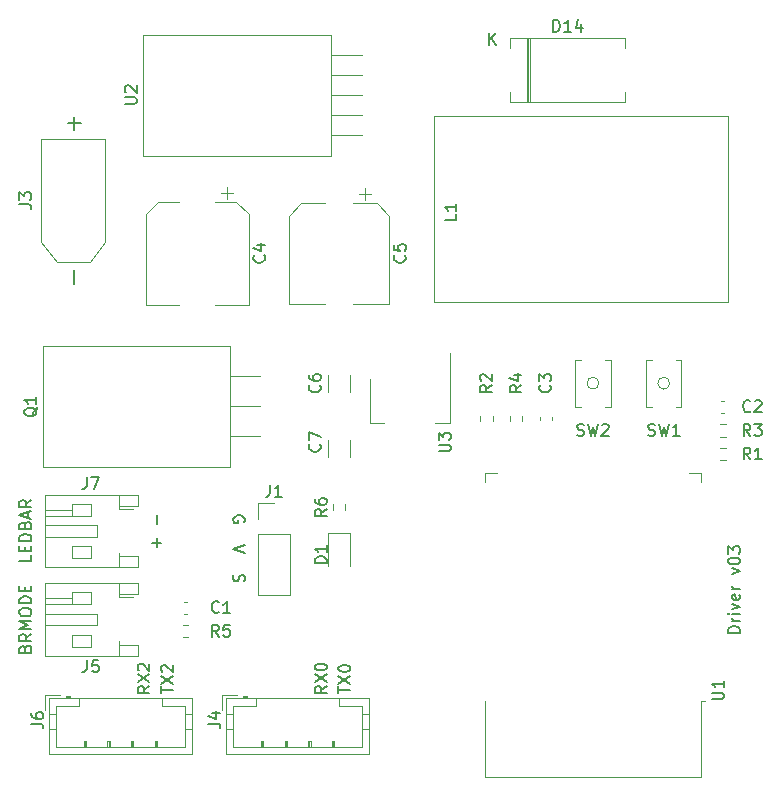
<source format=gbr>
G04 #@! TF.GenerationSoftware,KiCad,Pcbnew,(5.1.10)-1*
G04 #@! TF.CreationDate,2021-09-08T13:47:50+09:00*
G04 #@! TF.ProjectId,driver_v0.3,64726976-6572-45f7-9630-2e332e6b6963,rev?*
G04 #@! TF.SameCoordinates,Original*
G04 #@! TF.FileFunction,Legend,Top*
G04 #@! TF.FilePolarity,Positive*
%FSLAX46Y46*%
G04 Gerber Fmt 4.6, Leading zero omitted, Abs format (unit mm)*
G04 Created by KiCad (PCBNEW (5.1.10)-1) date 2021-09-08 13:47:50*
%MOMM*%
%LPD*%
G01*
G04 APERTURE LIST*
%ADD10C,0.150000*%
%ADD11C,0.120000*%
G04 APERTURE END LIST*
D10*
X62452380Y-52642857D02*
X61452380Y-52642857D01*
X61452380Y-52404761D01*
X61500000Y-52261904D01*
X61595238Y-52166666D01*
X61690476Y-52119047D01*
X61880952Y-52071428D01*
X62023809Y-52071428D01*
X62214285Y-52119047D01*
X62309523Y-52166666D01*
X62404761Y-52261904D01*
X62452380Y-52404761D01*
X62452380Y-52642857D01*
X62452380Y-51642857D02*
X61785714Y-51642857D01*
X61976190Y-51642857D02*
X61880952Y-51595238D01*
X61833333Y-51547619D01*
X61785714Y-51452380D01*
X61785714Y-51357142D01*
X62452380Y-51023809D02*
X61785714Y-51023809D01*
X61452380Y-51023809D02*
X61500000Y-51071428D01*
X61547619Y-51023809D01*
X61500000Y-50976190D01*
X61452380Y-51023809D01*
X61547619Y-51023809D01*
X61785714Y-50642857D02*
X62452380Y-50404761D01*
X61785714Y-50166666D01*
X62404761Y-49404761D02*
X62452380Y-49500000D01*
X62452380Y-49690476D01*
X62404761Y-49785714D01*
X62309523Y-49833333D01*
X61928571Y-49833333D01*
X61833333Y-49785714D01*
X61785714Y-49690476D01*
X61785714Y-49500000D01*
X61833333Y-49404761D01*
X61928571Y-49357142D01*
X62023809Y-49357142D01*
X62119047Y-49833333D01*
X62452380Y-48928571D02*
X61785714Y-48928571D01*
X61976190Y-48928571D02*
X61880952Y-48880952D01*
X61833333Y-48833333D01*
X61785714Y-48738095D01*
X61785714Y-48642857D01*
X61785714Y-47642857D02*
X62452380Y-47404761D01*
X61785714Y-47166666D01*
X61452380Y-46595238D02*
X61452380Y-46500000D01*
X61500000Y-46404761D01*
X61547619Y-46357142D01*
X61642857Y-46309523D01*
X61833333Y-46261904D01*
X62071428Y-46261904D01*
X62261904Y-46309523D01*
X62357142Y-46357142D01*
X62404761Y-46404761D01*
X62452380Y-46500000D01*
X62452380Y-46595238D01*
X62404761Y-46690476D01*
X62357142Y-46738095D01*
X62261904Y-46785714D01*
X62071428Y-46833333D01*
X61833333Y-46833333D01*
X61642857Y-46785714D01*
X61547619Y-46738095D01*
X61500000Y-46690476D01*
X61452380Y-46595238D01*
X61452380Y-45928571D02*
X61452380Y-45309523D01*
X61833333Y-45642857D01*
X61833333Y-45500000D01*
X61880952Y-45404761D01*
X61928571Y-45357142D01*
X62023809Y-45309523D01*
X62261904Y-45309523D01*
X62357142Y-45357142D01*
X62404761Y-45404761D01*
X62452380Y-45500000D01*
X62452380Y-45785714D01*
X62404761Y-45880952D01*
X62357142Y-45928571D01*
X19595238Y-47714285D02*
X19547619Y-47857142D01*
X19547619Y-48095238D01*
X19595238Y-48190476D01*
X19642857Y-48238095D01*
X19738095Y-48285714D01*
X19833333Y-48285714D01*
X19928571Y-48238095D01*
X19976190Y-48190476D01*
X20023809Y-48095238D01*
X20071428Y-47904761D01*
X20119047Y-47809523D01*
X20166666Y-47761904D01*
X20261904Y-47714285D01*
X20357142Y-47714285D01*
X20452380Y-47761904D01*
X20500000Y-47809523D01*
X20547619Y-47904761D01*
X20547619Y-48142857D01*
X20500000Y-48285714D01*
X20547619Y-45166666D02*
X19547619Y-45500000D01*
X20547619Y-45833333D01*
X20500000Y-43261904D02*
X20547619Y-43166666D01*
X20547619Y-43023809D01*
X20500000Y-42880952D01*
X20404761Y-42785714D01*
X20309523Y-42738095D01*
X20119047Y-42690476D01*
X19976190Y-42690476D01*
X19785714Y-42738095D01*
X19690476Y-42785714D01*
X19595238Y-42880952D01*
X19547619Y-43023809D01*
X19547619Y-43119047D01*
X19595238Y-43261904D01*
X19642857Y-43309523D01*
X19976190Y-43309523D01*
X19976190Y-43119047D01*
X13071428Y-43380952D02*
X13071428Y-42619047D01*
X13071428Y-45380952D02*
X13071428Y-44619047D01*
X13452380Y-45000000D02*
X12690476Y-45000000D01*
X1928571Y-53976190D02*
X1976190Y-53833333D01*
X2023809Y-53785714D01*
X2119047Y-53738095D01*
X2261904Y-53738095D01*
X2357142Y-53785714D01*
X2404761Y-53833333D01*
X2452380Y-53928571D01*
X2452380Y-54309523D01*
X1452380Y-54309523D01*
X1452380Y-53976190D01*
X1499999Y-53880952D01*
X1547619Y-53833333D01*
X1642857Y-53785714D01*
X1738095Y-53785714D01*
X1833333Y-53833333D01*
X1880952Y-53880952D01*
X1928571Y-53976190D01*
X1928571Y-54309523D01*
X2452380Y-52738095D02*
X1976190Y-53071428D01*
X2452380Y-53309523D02*
X1452380Y-53309523D01*
X1452380Y-52928571D01*
X1500000Y-52833333D01*
X1547619Y-52785714D01*
X1642857Y-52738095D01*
X1785714Y-52738095D01*
X1880952Y-52785714D01*
X1928571Y-52833333D01*
X1976190Y-52928571D01*
X1976190Y-53309523D01*
X2452380Y-52309523D02*
X1452380Y-52309523D01*
X2166666Y-51976190D01*
X1452380Y-51642857D01*
X2452380Y-51642857D01*
X1452380Y-50976190D02*
X1452380Y-50785714D01*
X1500000Y-50690476D01*
X1595238Y-50595238D01*
X1785714Y-50547619D01*
X2119047Y-50547619D01*
X2309523Y-50595238D01*
X2404761Y-50690476D01*
X2452380Y-50785714D01*
X2452380Y-50976190D01*
X2404761Y-51071428D01*
X2309523Y-51166666D01*
X2119047Y-51214285D01*
X1785714Y-51214285D01*
X1595238Y-51166666D01*
X1500000Y-51071428D01*
X1452380Y-50976190D01*
X2452380Y-50119047D02*
X1452380Y-50119047D01*
X1452380Y-49880952D01*
X1500000Y-49738095D01*
X1595238Y-49642857D01*
X1690476Y-49595238D01*
X1880952Y-49547619D01*
X2023809Y-49547619D01*
X2214285Y-49595238D01*
X2309523Y-49642857D01*
X2404761Y-49738095D01*
X2452380Y-49880952D01*
X2452380Y-50119047D01*
X1928571Y-49119047D02*
X1928571Y-48785714D01*
X2452380Y-48642857D02*
X2452380Y-49119047D01*
X1452380Y-49119047D01*
X1452380Y-48642857D01*
X2452380Y-46071428D02*
X2452380Y-46547619D01*
X1452380Y-46547619D01*
X1928571Y-45738095D02*
X1928571Y-45404761D01*
X2452380Y-45261904D02*
X2452380Y-45738095D01*
X1452380Y-45738095D01*
X1452380Y-45261904D01*
X2452380Y-44833333D02*
X1452380Y-44833333D01*
X1452380Y-44595238D01*
X1500000Y-44452380D01*
X1595238Y-44357142D01*
X1690476Y-44309523D01*
X1880952Y-44261904D01*
X2023809Y-44261904D01*
X2214285Y-44309523D01*
X2309523Y-44357142D01*
X2404761Y-44452380D01*
X2452380Y-44595238D01*
X2452380Y-44833333D01*
X1928571Y-43500000D02*
X1976190Y-43357142D01*
X2023809Y-43309523D01*
X2119047Y-43261904D01*
X2261904Y-43261904D01*
X2357142Y-43309523D01*
X2404761Y-43357142D01*
X2452380Y-43452380D01*
X2452380Y-43833333D01*
X1452380Y-43833333D01*
X1452380Y-43500000D01*
X1500000Y-43404761D01*
X1547619Y-43357142D01*
X1642857Y-43309523D01*
X1738095Y-43309523D01*
X1833333Y-43357142D01*
X1880952Y-43404761D01*
X1928571Y-43500000D01*
X1928571Y-43833333D01*
X2166666Y-42880952D02*
X2166666Y-42404761D01*
X2452380Y-42976190D02*
X1452380Y-42642857D01*
X2452380Y-42309523D01*
X2452380Y-41404761D02*
X1976190Y-41738095D01*
X2452380Y-41976190D02*
X1452380Y-41976190D01*
X1452380Y-41595238D01*
X1500000Y-41500000D01*
X1547619Y-41452380D01*
X1642857Y-41404761D01*
X1785714Y-41404761D01*
X1880952Y-41452380D01*
X1928571Y-41500000D01*
X1976190Y-41595238D01*
X1976190Y-41976190D01*
X28452380Y-57738095D02*
X28452380Y-57166666D01*
X29452380Y-57452380D02*
X28452380Y-57452380D01*
X28452380Y-56928571D02*
X29452380Y-56261904D01*
X28452380Y-56261904D02*
X29452380Y-56928571D01*
X28452380Y-55690476D02*
X28452380Y-55595238D01*
X28500000Y-55500000D01*
X28547619Y-55452380D01*
X28642857Y-55404761D01*
X28833333Y-55357142D01*
X29071428Y-55357142D01*
X29261904Y-55404761D01*
X29357142Y-55452380D01*
X29404761Y-55500000D01*
X29452380Y-55595238D01*
X29452380Y-55690476D01*
X29404761Y-55785714D01*
X29357142Y-55833333D01*
X29261904Y-55880952D01*
X29071428Y-55928571D01*
X28833333Y-55928571D01*
X28642857Y-55880952D01*
X28547619Y-55833333D01*
X28500000Y-55785714D01*
X28452380Y-55690476D01*
X27452380Y-57142857D02*
X26976190Y-57476190D01*
X27452380Y-57714285D02*
X26452380Y-57714285D01*
X26452380Y-57333333D01*
X26500000Y-57238095D01*
X26547619Y-57190476D01*
X26642857Y-57142857D01*
X26785714Y-57142857D01*
X26880952Y-57190476D01*
X26928571Y-57238095D01*
X26976190Y-57333333D01*
X26976190Y-57714285D01*
X26452380Y-56809523D02*
X27452380Y-56142857D01*
X26452380Y-56142857D02*
X27452380Y-56809523D01*
X26452380Y-55571428D02*
X26452380Y-55476190D01*
X26500000Y-55380952D01*
X26547619Y-55333333D01*
X26642857Y-55285714D01*
X26833333Y-55238095D01*
X27071428Y-55238095D01*
X27261904Y-55285714D01*
X27357142Y-55333333D01*
X27404761Y-55380952D01*
X27452380Y-55476190D01*
X27452380Y-55571428D01*
X27404761Y-55666666D01*
X27357142Y-55714285D01*
X27261904Y-55761904D01*
X27071428Y-55809523D01*
X26833333Y-55809523D01*
X26642857Y-55761904D01*
X26547619Y-55714285D01*
X26500000Y-55666666D01*
X26452380Y-55571428D01*
X13452380Y-57738095D02*
X13452380Y-57166666D01*
X14452380Y-57452380D02*
X13452380Y-57452380D01*
X13452380Y-56928571D02*
X14452380Y-56261904D01*
X13452380Y-56261904D02*
X14452380Y-56928571D01*
X13547619Y-55928571D02*
X13500000Y-55880952D01*
X13452380Y-55785714D01*
X13452380Y-55547619D01*
X13500000Y-55452380D01*
X13547619Y-55404761D01*
X13642857Y-55357142D01*
X13738095Y-55357142D01*
X13880952Y-55404761D01*
X14452380Y-55976190D01*
X14452380Y-55357142D01*
X12452380Y-57142857D02*
X11976190Y-57476190D01*
X12452380Y-57714285D02*
X11452380Y-57714285D01*
X11452380Y-57333333D01*
X11500000Y-57238095D01*
X11547619Y-57190476D01*
X11642857Y-57142857D01*
X11785714Y-57142857D01*
X11880952Y-57190476D01*
X11928571Y-57238095D01*
X11976190Y-57333333D01*
X11976190Y-57714285D01*
X11452380Y-56809523D02*
X12452380Y-56142857D01*
X11452380Y-56142857D02*
X12452380Y-56809523D01*
X11547619Y-55809523D02*
X11500000Y-55761904D01*
X11452380Y-55666666D01*
X11452380Y-55428571D01*
X11500000Y-55333333D01*
X11547619Y-55285714D01*
X11642857Y-55238095D01*
X11738095Y-55238095D01*
X11880952Y-55285714D01*
X12452380Y-55857142D01*
X12452380Y-55238095D01*
D11*
X27810000Y-12221000D02*
X27810000Y-1980000D01*
X11920000Y-12221000D02*
X11920000Y-1980000D01*
X11920000Y-12221000D02*
X27810000Y-12221000D01*
X11920000Y-1980000D02*
X27810000Y-1980000D01*
X27810000Y-10500000D02*
X30450000Y-10500000D01*
X27810000Y-8800000D02*
X30450000Y-8800000D01*
X27810000Y-7100000D02*
X30450000Y-7100000D01*
X27810000Y-5400000D02*
X30450000Y-5400000D01*
X27810000Y-3700000D02*
X30450000Y-3700000D01*
X31090000Y-34910000D02*
X32350000Y-34910000D01*
X37910000Y-34910000D02*
X36650000Y-34910000D01*
X31090000Y-31150000D02*
X31090000Y-34910000D01*
X37910000Y-28900000D02*
X37910000Y-34910000D01*
X59120000Y-39900000D02*
X59120000Y-39120000D01*
X59120000Y-39120000D02*
X58120000Y-39120000D01*
X40880000Y-39900000D02*
X40880000Y-39120000D01*
X40880000Y-39120000D02*
X41880000Y-39120000D01*
X59120000Y-64865000D02*
X40880000Y-64865000D01*
X40880000Y-64865000D02*
X40880000Y-58445000D01*
X59120000Y-64865000D02*
X59120000Y-58445000D01*
X59120000Y-58445000D02*
X59500000Y-58445000D01*
X48500000Y-33500000D02*
X48500000Y-29500000D01*
X48500000Y-29500000D02*
X49000000Y-29500000D01*
X48500000Y-33500000D02*
X49000000Y-33500000D01*
X51000000Y-33500000D02*
X51500000Y-33500000D01*
X51500000Y-33500000D02*
X51500000Y-29500000D01*
X51500000Y-29500000D02*
X51000000Y-29500000D01*
X50500000Y-31500000D02*
G75*
G03*
X50500000Y-31500000I-500000J0D01*
G01*
X54500000Y-33500000D02*
X54500000Y-29500000D01*
X54500000Y-29500000D02*
X55000000Y-29500000D01*
X54500000Y-33500000D02*
X55000000Y-33500000D01*
X57000000Y-33500000D02*
X57500000Y-33500000D01*
X57500000Y-33500000D02*
X57500000Y-29500000D01*
X57500000Y-29500000D02*
X57000000Y-29500000D01*
X56500000Y-31500000D02*
G75*
G03*
X56500000Y-31500000I-500000J0D01*
G01*
X27977500Y-42237258D02*
X27977500Y-41762742D01*
X29022500Y-42237258D02*
X29022500Y-41762742D01*
X15737258Y-53022500D02*
X15262742Y-53022500D01*
X15737258Y-51977500D02*
X15262742Y-51977500D01*
X42977500Y-34737258D02*
X42977500Y-34262742D01*
X44022500Y-34737258D02*
X44022500Y-34262742D01*
X61237258Y-36022500D02*
X60762742Y-36022500D01*
X61237258Y-34977500D02*
X60762742Y-34977500D01*
X41522500Y-34262742D02*
X41522500Y-34737258D01*
X40477500Y-34262742D02*
X40477500Y-34737258D01*
X60762742Y-36977500D02*
X61237258Y-36977500D01*
X60762742Y-38022500D02*
X61237258Y-38022500D01*
X19310000Y-38580000D02*
X19310000Y-28340000D01*
X3420000Y-38580000D02*
X3420000Y-28340000D01*
X3420000Y-38580000D02*
X19310000Y-38580000D01*
X3420000Y-28340000D02*
X19310000Y-28340000D01*
X19310000Y-36000000D02*
X21850000Y-36000000D01*
X19310000Y-33460000D02*
X21850000Y-33460000D01*
X19310000Y-30920000D02*
X21850000Y-30920000D01*
X36560000Y-8850000D02*
X48984000Y-8850000D01*
X49016000Y-8850000D02*
X61440000Y-8850000D01*
X36560000Y-24590000D02*
X48984000Y-24590000D01*
X49016000Y-24590000D02*
X61440000Y-24590000D01*
X36560000Y-8850000D02*
X36560000Y-24590000D01*
X61440000Y-8850000D02*
X61440000Y-24590000D01*
X9860000Y-42140000D02*
X9860000Y-41860000D01*
X9860000Y-41860000D02*
X11460000Y-41860000D01*
X11460000Y-41860000D02*
X11460000Y-40940000D01*
X11460000Y-40940000D02*
X3640000Y-40940000D01*
X3640000Y-40940000D02*
X3640000Y-47060000D01*
X3640000Y-47060000D02*
X11460000Y-47060000D01*
X11460000Y-47060000D02*
X11460000Y-46140000D01*
X11460000Y-46140000D02*
X9860000Y-46140000D01*
X9860000Y-46140000D02*
X9860000Y-45860000D01*
X3640000Y-43500000D02*
X8000000Y-43500000D01*
X8000000Y-43500000D02*
X8000000Y-44500000D01*
X8000000Y-44500000D02*
X3640000Y-44500000D01*
X9860000Y-40940000D02*
X9860000Y-41860000D01*
X9860000Y-47060000D02*
X9860000Y-46140000D01*
X7500000Y-41700000D02*
X5900000Y-41700000D01*
X5900000Y-41700000D02*
X5900000Y-42700000D01*
X5900000Y-42700000D02*
X7500000Y-42700000D01*
X7500000Y-42700000D02*
X7500000Y-41700000D01*
X7500000Y-46300000D02*
X5900000Y-46300000D01*
X5900000Y-46300000D02*
X5900000Y-45300000D01*
X5900000Y-45300000D02*
X7500000Y-45300000D01*
X7500000Y-45300000D02*
X7500000Y-46300000D01*
X5900000Y-42700000D02*
X3640000Y-42700000D01*
X5900000Y-42200000D02*
X3640000Y-42200000D01*
X9860000Y-42140000D02*
X11075000Y-42140000D01*
X3940000Y-58190000D02*
X3940000Y-62910000D01*
X3940000Y-62910000D02*
X16060000Y-62910000D01*
X16060000Y-62910000D02*
X16060000Y-58190000D01*
X16060000Y-58190000D02*
X3940000Y-58190000D01*
X5700000Y-58190000D02*
X5700000Y-57990000D01*
X5700000Y-57990000D02*
X5400000Y-57990000D01*
X5400000Y-57990000D02*
X5400000Y-58190000D01*
X5700000Y-58090000D02*
X5400000Y-58090000D01*
X6500000Y-58190000D02*
X6500000Y-58800000D01*
X6500000Y-58800000D02*
X4550000Y-58800000D01*
X4550000Y-58800000D02*
X4550000Y-62300000D01*
X4550000Y-62300000D02*
X15450000Y-62300000D01*
X15450000Y-62300000D02*
X15450000Y-58800000D01*
X15450000Y-58800000D02*
X13500000Y-58800000D01*
X13500000Y-58800000D02*
X13500000Y-58190000D01*
X3940000Y-59500000D02*
X4550000Y-59500000D01*
X3940000Y-60800000D02*
X4550000Y-60800000D01*
X16060000Y-59500000D02*
X15450000Y-59500000D01*
X16060000Y-60800000D02*
X15450000Y-60800000D01*
X6900000Y-62300000D02*
X6900000Y-61800000D01*
X6900000Y-61800000D02*
X7100000Y-61800000D01*
X7100000Y-61800000D02*
X7100000Y-62300000D01*
X7000000Y-62300000D02*
X7000000Y-61800000D01*
X8900000Y-62300000D02*
X8900000Y-61800000D01*
X8900000Y-61800000D02*
X9100000Y-61800000D01*
X9100000Y-61800000D02*
X9100000Y-62300000D01*
X9000000Y-62300000D02*
X9000000Y-61800000D01*
X10900000Y-62300000D02*
X10900000Y-61800000D01*
X10900000Y-61800000D02*
X11100000Y-61800000D01*
X11100000Y-61800000D02*
X11100000Y-62300000D01*
X11000000Y-62300000D02*
X11000000Y-61800000D01*
X12900000Y-62300000D02*
X12900000Y-61800000D01*
X12900000Y-61800000D02*
X13100000Y-61800000D01*
X13100000Y-61800000D02*
X13100000Y-62300000D01*
X13000000Y-62300000D02*
X13000000Y-61800000D01*
X4890000Y-57890000D02*
X3640000Y-57890000D01*
X3640000Y-57890000D02*
X3640000Y-59140000D01*
X9860000Y-49640000D02*
X9860000Y-49360000D01*
X9860000Y-49360000D02*
X11460000Y-49360000D01*
X11460000Y-49360000D02*
X11460000Y-48440000D01*
X11460000Y-48440000D02*
X3640000Y-48440000D01*
X3640000Y-48440000D02*
X3640000Y-54560000D01*
X3640000Y-54560000D02*
X11460000Y-54560000D01*
X11460000Y-54560000D02*
X11460000Y-53640000D01*
X11460000Y-53640000D02*
X9860000Y-53640000D01*
X9860000Y-53640000D02*
X9860000Y-53360000D01*
X3640000Y-51000000D02*
X8000000Y-51000000D01*
X8000000Y-51000000D02*
X8000000Y-52000000D01*
X8000000Y-52000000D02*
X3640000Y-52000000D01*
X9860000Y-48440000D02*
X9860000Y-49360000D01*
X9860000Y-54560000D02*
X9860000Y-53640000D01*
X7500000Y-49200000D02*
X5900000Y-49200000D01*
X5900000Y-49200000D02*
X5900000Y-50200000D01*
X5900000Y-50200000D02*
X7500000Y-50200000D01*
X7500000Y-50200000D02*
X7500000Y-49200000D01*
X7500000Y-53800000D02*
X5900000Y-53800000D01*
X5900000Y-53800000D02*
X5900000Y-52800000D01*
X5900000Y-52800000D02*
X7500000Y-52800000D01*
X7500000Y-52800000D02*
X7500000Y-53800000D01*
X5900000Y-50200000D02*
X3640000Y-50200000D01*
X5900000Y-49700000D02*
X3640000Y-49700000D01*
X9860000Y-49640000D02*
X11075000Y-49640000D01*
X18940000Y-58190000D02*
X18940000Y-62910000D01*
X18940000Y-62910000D02*
X31060000Y-62910000D01*
X31060000Y-62910000D02*
X31060000Y-58190000D01*
X31060000Y-58190000D02*
X18940000Y-58190000D01*
X20700000Y-58190000D02*
X20700000Y-57990000D01*
X20700000Y-57990000D02*
X20400000Y-57990000D01*
X20400000Y-57990000D02*
X20400000Y-58190000D01*
X20700000Y-58090000D02*
X20400000Y-58090000D01*
X21500000Y-58190000D02*
X21500000Y-58800000D01*
X21500000Y-58800000D02*
X19550000Y-58800000D01*
X19550000Y-58800000D02*
X19550000Y-62300000D01*
X19550000Y-62300000D02*
X30450000Y-62300000D01*
X30450000Y-62300000D02*
X30450000Y-58800000D01*
X30450000Y-58800000D02*
X28500000Y-58800000D01*
X28500000Y-58800000D02*
X28500000Y-58190000D01*
X18940000Y-59500000D02*
X19550000Y-59500000D01*
X18940000Y-60800000D02*
X19550000Y-60800000D01*
X31060000Y-59500000D02*
X30450000Y-59500000D01*
X31060000Y-60800000D02*
X30450000Y-60800000D01*
X21900000Y-62300000D02*
X21900000Y-61800000D01*
X21900000Y-61800000D02*
X22100000Y-61800000D01*
X22100000Y-61800000D02*
X22100000Y-62300000D01*
X22000000Y-62300000D02*
X22000000Y-61800000D01*
X23900000Y-62300000D02*
X23900000Y-61800000D01*
X23900000Y-61800000D02*
X24100000Y-61800000D01*
X24100000Y-61800000D02*
X24100000Y-62300000D01*
X24000000Y-62300000D02*
X24000000Y-61800000D01*
X25900000Y-62300000D02*
X25900000Y-61800000D01*
X25900000Y-61800000D02*
X26100000Y-61800000D01*
X26100000Y-61800000D02*
X26100000Y-62300000D01*
X26000000Y-62300000D02*
X26000000Y-61800000D01*
X27900000Y-62300000D02*
X27900000Y-61800000D01*
X27900000Y-61800000D02*
X28100000Y-61800000D01*
X28100000Y-61800000D02*
X28100000Y-62300000D01*
X28000000Y-62300000D02*
X28000000Y-61800000D01*
X19890000Y-57890000D02*
X18640000Y-57890000D01*
X18640000Y-57890000D02*
X18640000Y-59140000D01*
X3290000Y-19510000D02*
X3290000Y-10790000D01*
X3290000Y-10790000D02*
X8710000Y-10790000D01*
X8710000Y-19510000D02*
X8710000Y-10790000D01*
X4590000Y-21210000D02*
X3290000Y-19510000D01*
X7410000Y-21210000D02*
X8710000Y-19510000D01*
X4590000Y-21210000D02*
X7410000Y-21210000D01*
X21670000Y-49410000D02*
X24330000Y-49410000D01*
X21670000Y-44270000D02*
X21670000Y-49410000D01*
X24330000Y-44270000D02*
X24330000Y-49410000D01*
X21670000Y-44270000D02*
X24330000Y-44270000D01*
X21670000Y-43000000D02*
X21670000Y-41670000D01*
X21670000Y-41670000D02*
X23000000Y-41670000D01*
X42980000Y-3160000D02*
X42980000Y-2280000D01*
X42980000Y-2280000D02*
X52720000Y-2280000D01*
X52720000Y-2280000D02*
X52720000Y-3160000D01*
X42980000Y-6840000D02*
X42980000Y-7720000D01*
X42980000Y-7720000D02*
X52720000Y-7720000D01*
X52720000Y-7720000D02*
X52720000Y-6840000D01*
X44525000Y-2280000D02*
X44525000Y-7720000D01*
X44645000Y-2280000D02*
X44645000Y-7720000D01*
X44405000Y-2280000D02*
X44405000Y-7720000D01*
X29460000Y-47000000D02*
X29460000Y-44140000D01*
X29460000Y-44140000D02*
X27540000Y-44140000D01*
X27540000Y-44140000D02*
X27540000Y-47000000D01*
X27590000Y-37711252D02*
X27590000Y-36288748D01*
X29410000Y-37711252D02*
X29410000Y-36288748D01*
X29410000Y-30788748D02*
X29410000Y-32211252D01*
X27590000Y-30788748D02*
X27590000Y-32211252D01*
X24240000Y-24760000D02*
X27290000Y-24760000D01*
X32760000Y-24760000D02*
X29710000Y-24760000D01*
X32760000Y-17304437D02*
X32760000Y-24760000D01*
X24240000Y-17304437D02*
X24240000Y-24760000D01*
X25304437Y-16240000D02*
X27290000Y-16240000D01*
X31695563Y-16240000D02*
X29710000Y-16240000D01*
X31695563Y-16240000D02*
X32760000Y-17304437D01*
X25304437Y-16240000D02*
X24240000Y-17304437D01*
X30710000Y-15000000D02*
X30710000Y-16000000D01*
X31210000Y-15500000D02*
X30210000Y-15500000D01*
X12140000Y-24860000D02*
X14990000Y-24860000D01*
X20860000Y-24860000D02*
X18010000Y-24860000D01*
X20860000Y-17204437D02*
X20860000Y-24860000D01*
X12140000Y-17204437D02*
X12140000Y-24860000D01*
X13204437Y-16140000D02*
X14990000Y-16140000D01*
X19795563Y-16140000D02*
X18010000Y-16140000D01*
X19795563Y-16140000D02*
X20860000Y-17204437D01*
X13204437Y-16140000D02*
X12140000Y-17204437D01*
X19010000Y-14900000D02*
X19010000Y-15900000D01*
X19510000Y-15400000D02*
X18510000Y-15400000D01*
X46510000Y-34359420D02*
X46510000Y-34640580D01*
X45490000Y-34359420D02*
X45490000Y-34640580D01*
X60859420Y-32990000D02*
X61140580Y-32990000D01*
X60859420Y-34010000D02*
X61140580Y-34010000D01*
X15640580Y-51010000D02*
X15359420Y-51010000D01*
X15640580Y-49990000D02*
X15359420Y-49990000D01*
D10*
X10372380Y-7861904D02*
X11181904Y-7861904D01*
X11277142Y-7814285D01*
X11324761Y-7766666D01*
X11372380Y-7671428D01*
X11372380Y-7480952D01*
X11324761Y-7385714D01*
X11277142Y-7338095D01*
X11181904Y-7290476D01*
X10372380Y-7290476D01*
X10467619Y-6861904D02*
X10420000Y-6814285D01*
X10372380Y-6719047D01*
X10372380Y-6480952D01*
X10420000Y-6385714D01*
X10467619Y-6338095D01*
X10562857Y-6290476D01*
X10658095Y-6290476D01*
X10800952Y-6338095D01*
X11372380Y-6909523D01*
X11372380Y-6290476D01*
X36952380Y-37261904D02*
X37761904Y-37261904D01*
X37857142Y-37214285D01*
X37904761Y-37166666D01*
X37952380Y-37071428D01*
X37952380Y-36880952D01*
X37904761Y-36785714D01*
X37857142Y-36738095D01*
X37761904Y-36690476D01*
X36952380Y-36690476D01*
X36952380Y-36309523D02*
X36952380Y-35690476D01*
X37333333Y-36023809D01*
X37333333Y-35880952D01*
X37380952Y-35785714D01*
X37428571Y-35738095D01*
X37523809Y-35690476D01*
X37761904Y-35690476D01*
X37857142Y-35738095D01*
X37904761Y-35785714D01*
X37952380Y-35880952D01*
X37952380Y-36166666D01*
X37904761Y-36261904D01*
X37857142Y-36309523D01*
X60062380Y-58261904D02*
X60871904Y-58261904D01*
X60967142Y-58214285D01*
X61014761Y-58166666D01*
X61062380Y-58071428D01*
X61062380Y-57880952D01*
X61014761Y-57785714D01*
X60967142Y-57738095D01*
X60871904Y-57690476D01*
X60062380Y-57690476D01*
X61062380Y-56690476D02*
X61062380Y-57261904D01*
X61062380Y-56976190D02*
X60062380Y-56976190D01*
X60205238Y-57071428D01*
X60300476Y-57166666D01*
X60348095Y-57261904D01*
X48666666Y-35904761D02*
X48809523Y-35952380D01*
X49047619Y-35952380D01*
X49142857Y-35904761D01*
X49190476Y-35857142D01*
X49238095Y-35761904D01*
X49238095Y-35666666D01*
X49190476Y-35571428D01*
X49142857Y-35523809D01*
X49047619Y-35476190D01*
X48857142Y-35428571D01*
X48761904Y-35380952D01*
X48714285Y-35333333D01*
X48666666Y-35238095D01*
X48666666Y-35142857D01*
X48714285Y-35047619D01*
X48761904Y-35000000D01*
X48857142Y-34952380D01*
X49095238Y-34952380D01*
X49238095Y-35000000D01*
X49571428Y-34952380D02*
X49809523Y-35952380D01*
X50000000Y-35238095D01*
X50190476Y-35952380D01*
X50428571Y-34952380D01*
X50761904Y-35047619D02*
X50809523Y-35000000D01*
X50904761Y-34952380D01*
X51142857Y-34952380D01*
X51238095Y-35000000D01*
X51285714Y-35047619D01*
X51333333Y-35142857D01*
X51333333Y-35238095D01*
X51285714Y-35380952D01*
X50714285Y-35952380D01*
X51333333Y-35952380D01*
X54666666Y-35904761D02*
X54809523Y-35952380D01*
X55047619Y-35952380D01*
X55142857Y-35904761D01*
X55190476Y-35857142D01*
X55238095Y-35761904D01*
X55238095Y-35666666D01*
X55190476Y-35571428D01*
X55142857Y-35523809D01*
X55047619Y-35476190D01*
X54857142Y-35428571D01*
X54761904Y-35380952D01*
X54714285Y-35333333D01*
X54666666Y-35238095D01*
X54666666Y-35142857D01*
X54714285Y-35047619D01*
X54761904Y-35000000D01*
X54857142Y-34952380D01*
X55095238Y-34952380D01*
X55238095Y-35000000D01*
X55571428Y-34952380D02*
X55809523Y-35952380D01*
X56000000Y-35238095D01*
X56190476Y-35952380D01*
X56428571Y-34952380D01*
X57333333Y-35952380D02*
X56761904Y-35952380D01*
X57047619Y-35952380D02*
X57047619Y-34952380D01*
X56952380Y-35095238D01*
X56857142Y-35190476D01*
X56761904Y-35238095D01*
X27452380Y-42166666D02*
X26976190Y-42500000D01*
X27452380Y-42738095D02*
X26452380Y-42738095D01*
X26452380Y-42357142D01*
X26500000Y-42261904D01*
X26547619Y-42214285D01*
X26642857Y-42166666D01*
X26785714Y-42166666D01*
X26880952Y-42214285D01*
X26928571Y-42261904D01*
X26976190Y-42357142D01*
X26976190Y-42738095D01*
X26452380Y-41309523D02*
X26452380Y-41500000D01*
X26500000Y-41595238D01*
X26547619Y-41642857D01*
X26690476Y-41738095D01*
X26880952Y-41785714D01*
X27261904Y-41785714D01*
X27357142Y-41738095D01*
X27404761Y-41690476D01*
X27452380Y-41595238D01*
X27452380Y-41404761D01*
X27404761Y-41309523D01*
X27357142Y-41261904D01*
X27261904Y-41214285D01*
X27023809Y-41214285D01*
X26928571Y-41261904D01*
X26880952Y-41309523D01*
X26833333Y-41404761D01*
X26833333Y-41595238D01*
X26880952Y-41690476D01*
X26928571Y-41738095D01*
X27023809Y-41785714D01*
X18333333Y-52952380D02*
X18000000Y-52476190D01*
X17761904Y-52952380D02*
X17761904Y-51952380D01*
X18142857Y-51952380D01*
X18238095Y-52000000D01*
X18285714Y-52047619D01*
X18333333Y-52142857D01*
X18333333Y-52285714D01*
X18285714Y-52380952D01*
X18238095Y-52428571D01*
X18142857Y-52476190D01*
X17761904Y-52476190D01*
X19238095Y-51952380D02*
X18761904Y-51952380D01*
X18714285Y-52428571D01*
X18761904Y-52380952D01*
X18857142Y-52333333D01*
X19095238Y-52333333D01*
X19190476Y-52380952D01*
X19238095Y-52428571D01*
X19285714Y-52523809D01*
X19285714Y-52761904D01*
X19238095Y-52857142D01*
X19190476Y-52904761D01*
X19095238Y-52952380D01*
X18857142Y-52952380D01*
X18761904Y-52904761D01*
X18714285Y-52857142D01*
X43952380Y-31666666D02*
X43476190Y-32000000D01*
X43952380Y-32238095D02*
X42952380Y-32238095D01*
X42952380Y-31857142D01*
X43000000Y-31761904D01*
X43047619Y-31714285D01*
X43142857Y-31666666D01*
X43285714Y-31666666D01*
X43380952Y-31714285D01*
X43428571Y-31761904D01*
X43476190Y-31857142D01*
X43476190Y-32238095D01*
X43285714Y-30809523D02*
X43952380Y-30809523D01*
X42904761Y-31047619D02*
X43619047Y-31285714D01*
X43619047Y-30666666D01*
X63333333Y-35952380D02*
X63000000Y-35476190D01*
X62761904Y-35952380D02*
X62761904Y-34952380D01*
X63142857Y-34952380D01*
X63238095Y-35000000D01*
X63285714Y-35047619D01*
X63333333Y-35142857D01*
X63333333Y-35285714D01*
X63285714Y-35380952D01*
X63238095Y-35428571D01*
X63142857Y-35476190D01*
X62761904Y-35476190D01*
X63666666Y-34952380D02*
X64285714Y-34952380D01*
X63952380Y-35333333D01*
X64095238Y-35333333D01*
X64190476Y-35380952D01*
X64238095Y-35428571D01*
X64285714Y-35523809D01*
X64285714Y-35761904D01*
X64238095Y-35857142D01*
X64190476Y-35904761D01*
X64095238Y-35952380D01*
X63809523Y-35952380D01*
X63714285Y-35904761D01*
X63666666Y-35857142D01*
X41452380Y-31666666D02*
X40976190Y-32000000D01*
X41452380Y-32238095D02*
X40452380Y-32238095D01*
X40452380Y-31857142D01*
X40500000Y-31761904D01*
X40547619Y-31714285D01*
X40642857Y-31666666D01*
X40785714Y-31666666D01*
X40880952Y-31714285D01*
X40928571Y-31761904D01*
X40976190Y-31857142D01*
X40976190Y-32238095D01*
X40547619Y-31285714D02*
X40500000Y-31238095D01*
X40452380Y-31142857D01*
X40452380Y-30904761D01*
X40500000Y-30809523D01*
X40547619Y-30761904D01*
X40642857Y-30714285D01*
X40738095Y-30714285D01*
X40880952Y-30761904D01*
X41452380Y-31333333D01*
X41452380Y-30714285D01*
X63333333Y-37952380D02*
X63000000Y-37476190D01*
X62761904Y-37952380D02*
X62761904Y-36952380D01*
X63142857Y-36952380D01*
X63238095Y-37000000D01*
X63285714Y-37047619D01*
X63333333Y-37142857D01*
X63333333Y-37285714D01*
X63285714Y-37380952D01*
X63238095Y-37428571D01*
X63142857Y-37476190D01*
X62761904Y-37476190D01*
X64285714Y-37952380D02*
X63714285Y-37952380D01*
X64000000Y-37952380D02*
X64000000Y-36952380D01*
X63904761Y-37095238D01*
X63809523Y-37190476D01*
X63714285Y-37238095D01*
X2967619Y-33555238D02*
X2920000Y-33650476D01*
X2824761Y-33745714D01*
X2681904Y-33888571D01*
X2634285Y-33983809D01*
X2634285Y-34079047D01*
X2872380Y-34031428D02*
X2824761Y-34126666D01*
X2729523Y-34221904D01*
X2539047Y-34269523D01*
X2205714Y-34269523D01*
X2015238Y-34221904D01*
X1920000Y-34126666D01*
X1872380Y-34031428D01*
X1872380Y-33840952D01*
X1920000Y-33745714D01*
X2015238Y-33650476D01*
X2205714Y-33602857D01*
X2539047Y-33602857D01*
X2729523Y-33650476D01*
X2824761Y-33745714D01*
X2872380Y-33840952D01*
X2872380Y-34031428D01*
X2872380Y-32650476D02*
X2872380Y-33221904D01*
X2872380Y-32936190D02*
X1872380Y-32936190D01*
X2015238Y-33031428D01*
X2110476Y-33126666D01*
X2158095Y-33221904D01*
X38452380Y-17166666D02*
X38452380Y-17642857D01*
X37452380Y-17642857D01*
X38452380Y-16309523D02*
X38452380Y-16880952D01*
X38452380Y-16595238D02*
X37452380Y-16595238D01*
X37595238Y-16690476D01*
X37690476Y-16785714D01*
X37738095Y-16880952D01*
X7166666Y-39452380D02*
X7166666Y-40166666D01*
X7119047Y-40309523D01*
X7023809Y-40404761D01*
X6880952Y-40452380D01*
X6785714Y-40452380D01*
X7547619Y-39452380D02*
X8214285Y-39452380D01*
X7785714Y-40452380D01*
X2452380Y-60333333D02*
X3166666Y-60333333D01*
X3309523Y-60380952D01*
X3404761Y-60476190D01*
X3452380Y-60619047D01*
X3452380Y-60714285D01*
X2452380Y-59428571D02*
X2452380Y-59619047D01*
X2500000Y-59714285D01*
X2547619Y-59761904D01*
X2690476Y-59857142D01*
X2880952Y-59904761D01*
X3261904Y-59904761D01*
X3357142Y-59857142D01*
X3404761Y-59809523D01*
X3452380Y-59714285D01*
X3452380Y-59523809D01*
X3404761Y-59428571D01*
X3357142Y-59380952D01*
X3261904Y-59333333D01*
X3023809Y-59333333D01*
X2928571Y-59380952D01*
X2880952Y-59428571D01*
X2833333Y-59523809D01*
X2833333Y-59714285D01*
X2880952Y-59809523D01*
X2928571Y-59857142D01*
X3023809Y-59904761D01*
X7166666Y-54952380D02*
X7166666Y-55666666D01*
X7119047Y-55809523D01*
X7023809Y-55904761D01*
X6880952Y-55952380D01*
X6785714Y-55952380D01*
X8119047Y-54952380D02*
X7642857Y-54952380D01*
X7595238Y-55428571D01*
X7642857Y-55380952D01*
X7738095Y-55333333D01*
X7976190Y-55333333D01*
X8071428Y-55380952D01*
X8119047Y-55428571D01*
X8166666Y-55523809D01*
X8166666Y-55761904D01*
X8119047Y-55857142D01*
X8071428Y-55904761D01*
X7976190Y-55952380D01*
X7738095Y-55952380D01*
X7642857Y-55904761D01*
X7595238Y-55857142D01*
X17452380Y-60333333D02*
X18166666Y-60333333D01*
X18309523Y-60380952D01*
X18404761Y-60476190D01*
X18452380Y-60619047D01*
X18452380Y-60714285D01*
X17785714Y-59428571D02*
X18452380Y-59428571D01*
X17404761Y-59666666D02*
X18119047Y-59904761D01*
X18119047Y-59285714D01*
X1452380Y-16333333D02*
X2166666Y-16333333D01*
X2309523Y-16380952D01*
X2404761Y-16476190D01*
X2452380Y-16619047D01*
X2452380Y-16714285D01*
X1452380Y-15952380D02*
X1452380Y-15333333D01*
X1833333Y-15666666D01*
X1833333Y-15523809D01*
X1880952Y-15428571D01*
X1928571Y-15380952D01*
X2023809Y-15333333D01*
X2261904Y-15333333D01*
X2357142Y-15380952D01*
X2404761Y-15428571D01*
X2452380Y-15523809D01*
X2452380Y-15809523D01*
X2404761Y-15904761D01*
X2357142Y-15952380D01*
X6107142Y-23071428D02*
X6107142Y-21928571D01*
X6107142Y-10071428D02*
X6107142Y-8928571D01*
X6678571Y-9500000D02*
X5535714Y-9500000D01*
X22666666Y-40122380D02*
X22666666Y-40836666D01*
X22619047Y-40979523D01*
X22523809Y-41074761D01*
X22380952Y-41122380D01*
X22285714Y-41122380D01*
X23666666Y-41122380D02*
X23095238Y-41122380D01*
X23380952Y-41122380D02*
X23380952Y-40122380D01*
X23285714Y-40265238D01*
X23190476Y-40360476D01*
X23095238Y-40408095D01*
X46635714Y-1732380D02*
X46635714Y-732380D01*
X46873809Y-732380D01*
X47016666Y-780000D01*
X47111904Y-875238D01*
X47159523Y-970476D01*
X47207142Y-1160952D01*
X47207142Y-1303809D01*
X47159523Y-1494285D01*
X47111904Y-1589523D01*
X47016666Y-1684761D01*
X46873809Y-1732380D01*
X46635714Y-1732380D01*
X48159523Y-1732380D02*
X47588095Y-1732380D01*
X47873809Y-1732380D02*
X47873809Y-732380D01*
X47778571Y-875238D01*
X47683333Y-970476D01*
X47588095Y-1018095D01*
X49016666Y-1065714D02*
X49016666Y-1732380D01*
X48778571Y-684761D02*
X48540476Y-1399047D01*
X49159523Y-1399047D01*
X41238095Y-2852380D02*
X41238095Y-1852380D01*
X41809523Y-2852380D02*
X41380952Y-2280952D01*
X41809523Y-1852380D02*
X41238095Y-2423809D01*
X27452380Y-46738095D02*
X26452380Y-46738095D01*
X26452380Y-46500000D01*
X26500000Y-46357142D01*
X26595238Y-46261904D01*
X26690476Y-46214285D01*
X26880952Y-46166666D01*
X27023809Y-46166666D01*
X27214285Y-46214285D01*
X27309523Y-46261904D01*
X27404761Y-46357142D01*
X27452380Y-46500000D01*
X27452380Y-46738095D01*
X27452380Y-45214285D02*
X27452380Y-45785714D01*
X27452380Y-45500000D02*
X26452380Y-45500000D01*
X26595238Y-45595238D01*
X26690476Y-45690476D01*
X26738095Y-45785714D01*
X26857142Y-36666666D02*
X26904761Y-36714285D01*
X26952380Y-36857142D01*
X26952380Y-36952380D01*
X26904761Y-37095238D01*
X26809523Y-37190476D01*
X26714285Y-37238095D01*
X26523809Y-37285714D01*
X26380952Y-37285714D01*
X26190476Y-37238095D01*
X26095238Y-37190476D01*
X26000000Y-37095238D01*
X25952380Y-36952380D01*
X25952380Y-36857142D01*
X26000000Y-36714285D01*
X26047619Y-36666666D01*
X25952380Y-36333333D02*
X25952380Y-35666666D01*
X26952380Y-36095238D01*
X26857142Y-31666666D02*
X26904761Y-31714285D01*
X26952380Y-31857142D01*
X26952380Y-31952380D01*
X26904761Y-32095238D01*
X26809523Y-32190476D01*
X26714285Y-32238095D01*
X26523809Y-32285714D01*
X26380952Y-32285714D01*
X26190476Y-32238095D01*
X26095238Y-32190476D01*
X26000000Y-32095238D01*
X25952380Y-31952380D01*
X25952380Y-31857142D01*
X26000000Y-31714285D01*
X26047619Y-31666666D01*
X25952380Y-30809523D02*
X25952380Y-31000000D01*
X26000000Y-31095238D01*
X26047619Y-31142857D01*
X26190476Y-31238095D01*
X26380952Y-31285714D01*
X26761904Y-31285714D01*
X26857142Y-31238095D01*
X26904761Y-31190476D01*
X26952380Y-31095238D01*
X26952380Y-30904761D01*
X26904761Y-30809523D01*
X26857142Y-30761904D01*
X26761904Y-30714285D01*
X26523809Y-30714285D01*
X26428571Y-30761904D01*
X26380952Y-30809523D01*
X26333333Y-30904761D01*
X26333333Y-31095238D01*
X26380952Y-31190476D01*
X26428571Y-31238095D01*
X26523809Y-31285714D01*
X34057142Y-20666666D02*
X34104761Y-20714285D01*
X34152380Y-20857142D01*
X34152380Y-20952380D01*
X34104761Y-21095238D01*
X34009523Y-21190476D01*
X33914285Y-21238095D01*
X33723809Y-21285714D01*
X33580952Y-21285714D01*
X33390476Y-21238095D01*
X33295238Y-21190476D01*
X33200000Y-21095238D01*
X33152380Y-20952380D01*
X33152380Y-20857142D01*
X33200000Y-20714285D01*
X33247619Y-20666666D01*
X33152380Y-19761904D02*
X33152380Y-20238095D01*
X33628571Y-20285714D01*
X33580952Y-20238095D01*
X33533333Y-20142857D01*
X33533333Y-19904761D01*
X33580952Y-19809523D01*
X33628571Y-19761904D01*
X33723809Y-19714285D01*
X33961904Y-19714285D01*
X34057142Y-19761904D01*
X34104761Y-19809523D01*
X34152380Y-19904761D01*
X34152380Y-20142857D01*
X34104761Y-20238095D01*
X34057142Y-20285714D01*
X22157142Y-20666666D02*
X22204761Y-20714285D01*
X22252380Y-20857142D01*
X22252380Y-20952380D01*
X22204761Y-21095238D01*
X22109523Y-21190476D01*
X22014285Y-21238095D01*
X21823809Y-21285714D01*
X21680952Y-21285714D01*
X21490476Y-21238095D01*
X21395238Y-21190476D01*
X21300000Y-21095238D01*
X21252380Y-20952380D01*
X21252380Y-20857142D01*
X21300000Y-20714285D01*
X21347619Y-20666666D01*
X21585714Y-19809523D02*
X22252380Y-19809523D01*
X21204761Y-20047619D02*
X21919047Y-20285714D01*
X21919047Y-19666666D01*
X46357142Y-31666666D02*
X46404761Y-31714285D01*
X46452380Y-31857142D01*
X46452380Y-31952380D01*
X46404761Y-32095238D01*
X46309523Y-32190476D01*
X46214285Y-32238095D01*
X46023809Y-32285714D01*
X45880952Y-32285714D01*
X45690476Y-32238095D01*
X45595238Y-32190476D01*
X45500000Y-32095238D01*
X45452380Y-31952380D01*
X45452380Y-31857142D01*
X45500000Y-31714285D01*
X45547619Y-31666666D01*
X45452380Y-31333333D02*
X45452380Y-30714285D01*
X45833333Y-31047619D01*
X45833333Y-30904761D01*
X45880952Y-30809523D01*
X45928571Y-30761904D01*
X46023809Y-30714285D01*
X46261904Y-30714285D01*
X46357142Y-30761904D01*
X46404761Y-30809523D01*
X46452380Y-30904761D01*
X46452380Y-31190476D01*
X46404761Y-31285714D01*
X46357142Y-31333333D01*
X63333333Y-33857142D02*
X63285714Y-33904761D01*
X63142857Y-33952380D01*
X63047619Y-33952380D01*
X62904761Y-33904761D01*
X62809523Y-33809523D01*
X62761904Y-33714285D01*
X62714285Y-33523809D01*
X62714285Y-33380952D01*
X62761904Y-33190476D01*
X62809523Y-33095238D01*
X62904761Y-33000000D01*
X63047619Y-32952380D01*
X63142857Y-32952380D01*
X63285714Y-33000000D01*
X63333333Y-33047619D01*
X63714285Y-33047619D02*
X63761904Y-33000000D01*
X63857142Y-32952380D01*
X64095238Y-32952380D01*
X64190476Y-33000000D01*
X64238095Y-33047619D01*
X64285714Y-33142857D01*
X64285714Y-33238095D01*
X64238095Y-33380952D01*
X63666666Y-33952380D01*
X64285714Y-33952380D01*
X18333333Y-50857142D02*
X18285714Y-50904761D01*
X18142857Y-50952380D01*
X18047619Y-50952380D01*
X17904761Y-50904761D01*
X17809523Y-50809523D01*
X17761904Y-50714285D01*
X17714285Y-50523809D01*
X17714285Y-50380952D01*
X17761904Y-50190476D01*
X17809523Y-50095238D01*
X17904761Y-50000000D01*
X18047619Y-49952380D01*
X18142857Y-49952380D01*
X18285714Y-50000000D01*
X18333333Y-50047619D01*
X19285714Y-50952380D02*
X18714285Y-50952380D01*
X19000000Y-50952380D02*
X19000000Y-49952380D01*
X18904761Y-50095238D01*
X18809523Y-50190476D01*
X18714285Y-50238095D01*
M02*

</source>
